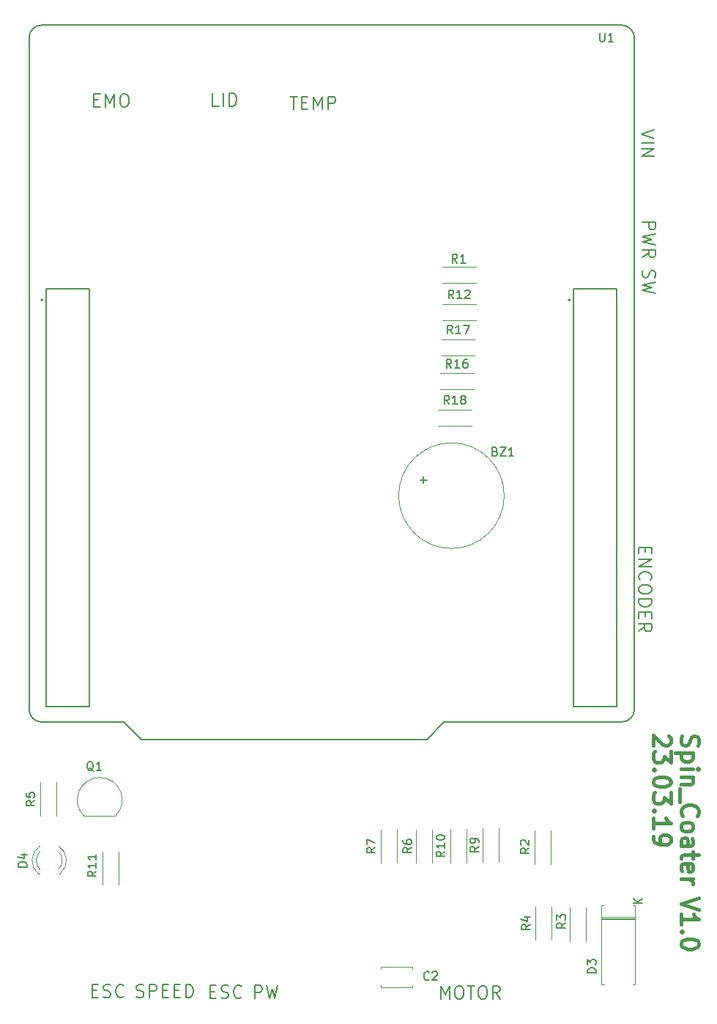
<source format=gbr>
%TF.GenerationSoftware,KiCad,Pcbnew,(7.0.0-0)*%
%TF.CreationDate,2023-03-19T23:14:05+09:00*%
%TF.ProjectId,Spct,53706374-2e6b-4696-9361-645f70636258,rev?*%
%TF.SameCoordinates,PX2540608PY1ee3f58*%
%TF.FileFunction,Legend,Top*%
%TF.FilePolarity,Positive*%
%FSLAX46Y46*%
G04 Gerber Fmt 4.6, Leading zero omitted, Abs format (unit mm)*
G04 Created by KiCad (PCBNEW (7.0.0-0)) date 2023-03-19 23:14:05*
%MOMM*%
%LPD*%
G01*
G04 APERTURE LIST*
%ADD10C,0.400000*%
%ADD11C,0.200000*%
%ADD12C,0.150000*%
%ADD13C,0.127000*%
%ADD14C,0.120000*%
G04 APERTURE END LIST*
D10*
X82413076Y-82340752D02*
X82317838Y-82626466D01*
X82317838Y-82626466D02*
X82317838Y-83102657D01*
X82317838Y-83102657D02*
X82413076Y-83293133D01*
X82413076Y-83293133D02*
X82508314Y-83388371D01*
X82508314Y-83388371D02*
X82698790Y-83483609D01*
X82698790Y-83483609D02*
X82889266Y-83483609D01*
X82889266Y-83483609D02*
X83079742Y-83388371D01*
X83079742Y-83388371D02*
X83174980Y-83293133D01*
X83174980Y-83293133D02*
X83270219Y-83102657D01*
X83270219Y-83102657D02*
X83365457Y-82721704D01*
X83365457Y-82721704D02*
X83460695Y-82531228D01*
X83460695Y-82531228D02*
X83555933Y-82435990D01*
X83555933Y-82435990D02*
X83746409Y-82340752D01*
X83746409Y-82340752D02*
X83936885Y-82340752D01*
X83936885Y-82340752D02*
X84127361Y-82435990D01*
X84127361Y-82435990D02*
X84222600Y-82531228D01*
X84222600Y-82531228D02*
X84317838Y-82721704D01*
X84317838Y-82721704D02*
X84317838Y-83197895D01*
X84317838Y-83197895D02*
X84222600Y-83483609D01*
X83651171Y-84340752D02*
X81651171Y-84340752D01*
X83555933Y-84340752D02*
X83651171Y-84531228D01*
X83651171Y-84531228D02*
X83651171Y-84912181D01*
X83651171Y-84912181D02*
X83555933Y-85102657D01*
X83555933Y-85102657D02*
X83460695Y-85197895D01*
X83460695Y-85197895D02*
X83270219Y-85293133D01*
X83270219Y-85293133D02*
X82698790Y-85293133D01*
X82698790Y-85293133D02*
X82508314Y-85197895D01*
X82508314Y-85197895D02*
X82413076Y-85102657D01*
X82413076Y-85102657D02*
X82317838Y-84912181D01*
X82317838Y-84912181D02*
X82317838Y-84531228D01*
X82317838Y-84531228D02*
X82413076Y-84340752D01*
X82317838Y-86150276D02*
X83651171Y-86150276D01*
X84317838Y-86150276D02*
X84222600Y-86055038D01*
X84222600Y-86055038D02*
X84127361Y-86150276D01*
X84127361Y-86150276D02*
X84222600Y-86245514D01*
X84222600Y-86245514D02*
X84317838Y-86150276D01*
X84317838Y-86150276D02*
X84127361Y-86150276D01*
X83651171Y-87102657D02*
X82317838Y-87102657D01*
X83460695Y-87102657D02*
X83555933Y-87197895D01*
X83555933Y-87197895D02*
X83651171Y-87388371D01*
X83651171Y-87388371D02*
X83651171Y-87674086D01*
X83651171Y-87674086D02*
X83555933Y-87864562D01*
X83555933Y-87864562D02*
X83365457Y-87959800D01*
X83365457Y-87959800D02*
X82317838Y-87959800D01*
X82127361Y-88435991D02*
X82127361Y-89959800D01*
X82508314Y-91578848D02*
X82413076Y-91483610D01*
X82413076Y-91483610D02*
X82317838Y-91197896D01*
X82317838Y-91197896D02*
X82317838Y-91007420D01*
X82317838Y-91007420D02*
X82413076Y-90721705D01*
X82413076Y-90721705D02*
X82603552Y-90531229D01*
X82603552Y-90531229D02*
X82794028Y-90435991D01*
X82794028Y-90435991D02*
X83174980Y-90340753D01*
X83174980Y-90340753D02*
X83460695Y-90340753D01*
X83460695Y-90340753D02*
X83841647Y-90435991D01*
X83841647Y-90435991D02*
X84032123Y-90531229D01*
X84032123Y-90531229D02*
X84222600Y-90721705D01*
X84222600Y-90721705D02*
X84317838Y-91007420D01*
X84317838Y-91007420D02*
X84317838Y-91197896D01*
X84317838Y-91197896D02*
X84222600Y-91483610D01*
X84222600Y-91483610D02*
X84127361Y-91578848D01*
X82317838Y-92721705D02*
X82413076Y-92531229D01*
X82413076Y-92531229D02*
X82508314Y-92435991D01*
X82508314Y-92435991D02*
X82698790Y-92340753D01*
X82698790Y-92340753D02*
X83270219Y-92340753D01*
X83270219Y-92340753D02*
X83460695Y-92435991D01*
X83460695Y-92435991D02*
X83555933Y-92531229D01*
X83555933Y-92531229D02*
X83651171Y-92721705D01*
X83651171Y-92721705D02*
X83651171Y-93007420D01*
X83651171Y-93007420D02*
X83555933Y-93197896D01*
X83555933Y-93197896D02*
X83460695Y-93293134D01*
X83460695Y-93293134D02*
X83270219Y-93388372D01*
X83270219Y-93388372D02*
X82698790Y-93388372D01*
X82698790Y-93388372D02*
X82508314Y-93293134D01*
X82508314Y-93293134D02*
X82413076Y-93197896D01*
X82413076Y-93197896D02*
X82317838Y-93007420D01*
X82317838Y-93007420D02*
X82317838Y-92721705D01*
X82317838Y-95102658D02*
X83365457Y-95102658D01*
X83365457Y-95102658D02*
X83555933Y-95007420D01*
X83555933Y-95007420D02*
X83651171Y-94816944D01*
X83651171Y-94816944D02*
X83651171Y-94435991D01*
X83651171Y-94435991D02*
X83555933Y-94245515D01*
X82413076Y-95102658D02*
X82317838Y-94912182D01*
X82317838Y-94912182D02*
X82317838Y-94435991D01*
X82317838Y-94435991D02*
X82413076Y-94245515D01*
X82413076Y-94245515D02*
X82603552Y-94150277D01*
X82603552Y-94150277D02*
X82794028Y-94150277D01*
X82794028Y-94150277D02*
X82984504Y-94245515D01*
X82984504Y-94245515D02*
X83079742Y-94435991D01*
X83079742Y-94435991D02*
X83079742Y-94912182D01*
X83079742Y-94912182D02*
X83174980Y-95102658D01*
X83651171Y-95769325D02*
X83651171Y-96531229D01*
X84317838Y-96055039D02*
X82603552Y-96055039D01*
X82603552Y-96055039D02*
X82413076Y-96150277D01*
X82413076Y-96150277D02*
X82317838Y-96340753D01*
X82317838Y-96340753D02*
X82317838Y-96531229D01*
X82413076Y-97959801D02*
X82317838Y-97769325D01*
X82317838Y-97769325D02*
X82317838Y-97388372D01*
X82317838Y-97388372D02*
X82413076Y-97197896D01*
X82413076Y-97197896D02*
X82603552Y-97102658D01*
X82603552Y-97102658D02*
X83365457Y-97102658D01*
X83365457Y-97102658D02*
X83555933Y-97197896D01*
X83555933Y-97197896D02*
X83651171Y-97388372D01*
X83651171Y-97388372D02*
X83651171Y-97769325D01*
X83651171Y-97769325D02*
X83555933Y-97959801D01*
X83555933Y-97959801D02*
X83365457Y-98055039D01*
X83365457Y-98055039D02*
X83174980Y-98055039D01*
X83174980Y-98055039D02*
X82984504Y-97102658D01*
X82317838Y-98912182D02*
X83651171Y-98912182D01*
X83270219Y-98912182D02*
X83460695Y-99007420D01*
X83460695Y-99007420D02*
X83555933Y-99102658D01*
X83555933Y-99102658D02*
X83651171Y-99293134D01*
X83651171Y-99293134D02*
X83651171Y-99483611D01*
X84317838Y-101064563D02*
X82317838Y-101731229D01*
X82317838Y-101731229D02*
X84317838Y-102397896D01*
X82317838Y-104112182D02*
X82317838Y-102969325D01*
X82317838Y-103540753D02*
X84317838Y-103540753D01*
X84317838Y-103540753D02*
X84032123Y-103350277D01*
X84032123Y-103350277D02*
X83841647Y-103159801D01*
X83841647Y-103159801D02*
X83746409Y-102969325D01*
X82508314Y-104969325D02*
X82413076Y-105064563D01*
X82413076Y-105064563D02*
X82317838Y-104969325D01*
X82317838Y-104969325D02*
X82413076Y-104874087D01*
X82413076Y-104874087D02*
X82508314Y-104969325D01*
X82508314Y-104969325D02*
X82317838Y-104969325D01*
X84317838Y-106302658D02*
X84317838Y-106493135D01*
X84317838Y-106493135D02*
X84222600Y-106683611D01*
X84222600Y-106683611D02*
X84127361Y-106778849D01*
X84127361Y-106778849D02*
X83936885Y-106874087D01*
X83936885Y-106874087D02*
X83555933Y-106969325D01*
X83555933Y-106969325D02*
X83079742Y-106969325D01*
X83079742Y-106969325D02*
X82698790Y-106874087D01*
X82698790Y-106874087D02*
X82508314Y-106778849D01*
X82508314Y-106778849D02*
X82413076Y-106683611D01*
X82413076Y-106683611D02*
X82317838Y-106493135D01*
X82317838Y-106493135D02*
X82317838Y-106302658D01*
X82317838Y-106302658D02*
X82413076Y-106112182D01*
X82413076Y-106112182D02*
X82508314Y-106016944D01*
X82508314Y-106016944D02*
X82698790Y-105921706D01*
X82698790Y-105921706D02*
X83079742Y-105826468D01*
X83079742Y-105826468D02*
X83555933Y-105826468D01*
X83555933Y-105826468D02*
X83936885Y-105921706D01*
X83936885Y-105921706D02*
X84127361Y-106016944D01*
X84127361Y-106016944D02*
X84222600Y-106112182D01*
X84222600Y-106112182D02*
X84317838Y-106302658D01*
X80887361Y-82340752D02*
X80982600Y-82435990D01*
X80982600Y-82435990D02*
X81077838Y-82626466D01*
X81077838Y-82626466D02*
X81077838Y-83102657D01*
X81077838Y-83102657D02*
X80982600Y-83293133D01*
X80982600Y-83293133D02*
X80887361Y-83388371D01*
X80887361Y-83388371D02*
X80696885Y-83483609D01*
X80696885Y-83483609D02*
X80506409Y-83483609D01*
X80506409Y-83483609D02*
X80220695Y-83388371D01*
X80220695Y-83388371D02*
X79077838Y-82245514D01*
X79077838Y-82245514D02*
X79077838Y-83483609D01*
X81077838Y-84150276D02*
X81077838Y-85388371D01*
X81077838Y-85388371D02*
X80315933Y-84721704D01*
X80315933Y-84721704D02*
X80315933Y-85007419D01*
X80315933Y-85007419D02*
X80220695Y-85197895D01*
X80220695Y-85197895D02*
X80125457Y-85293133D01*
X80125457Y-85293133D02*
X79934980Y-85388371D01*
X79934980Y-85388371D02*
X79458790Y-85388371D01*
X79458790Y-85388371D02*
X79268314Y-85293133D01*
X79268314Y-85293133D02*
X79173076Y-85197895D01*
X79173076Y-85197895D02*
X79077838Y-85007419D01*
X79077838Y-85007419D02*
X79077838Y-84435990D01*
X79077838Y-84435990D02*
X79173076Y-84245514D01*
X79173076Y-84245514D02*
X79268314Y-84150276D01*
X79268314Y-86245514D02*
X79173076Y-86340752D01*
X79173076Y-86340752D02*
X79077838Y-86245514D01*
X79077838Y-86245514D02*
X79173076Y-86150276D01*
X79173076Y-86150276D02*
X79268314Y-86245514D01*
X79268314Y-86245514D02*
X79077838Y-86245514D01*
X81077838Y-87578847D02*
X81077838Y-87769324D01*
X81077838Y-87769324D02*
X80982600Y-87959800D01*
X80982600Y-87959800D02*
X80887361Y-88055038D01*
X80887361Y-88055038D02*
X80696885Y-88150276D01*
X80696885Y-88150276D02*
X80315933Y-88245514D01*
X80315933Y-88245514D02*
X79839742Y-88245514D01*
X79839742Y-88245514D02*
X79458790Y-88150276D01*
X79458790Y-88150276D02*
X79268314Y-88055038D01*
X79268314Y-88055038D02*
X79173076Y-87959800D01*
X79173076Y-87959800D02*
X79077838Y-87769324D01*
X79077838Y-87769324D02*
X79077838Y-87578847D01*
X79077838Y-87578847D02*
X79173076Y-87388371D01*
X79173076Y-87388371D02*
X79268314Y-87293133D01*
X79268314Y-87293133D02*
X79458790Y-87197895D01*
X79458790Y-87197895D02*
X79839742Y-87102657D01*
X79839742Y-87102657D02*
X80315933Y-87102657D01*
X80315933Y-87102657D02*
X80696885Y-87197895D01*
X80696885Y-87197895D02*
X80887361Y-87293133D01*
X80887361Y-87293133D02*
X80982600Y-87388371D01*
X80982600Y-87388371D02*
X81077838Y-87578847D01*
X81077838Y-88912181D02*
X81077838Y-90150276D01*
X81077838Y-90150276D02*
X80315933Y-89483609D01*
X80315933Y-89483609D02*
X80315933Y-89769324D01*
X80315933Y-89769324D02*
X80220695Y-89959800D01*
X80220695Y-89959800D02*
X80125457Y-90055038D01*
X80125457Y-90055038D02*
X79934980Y-90150276D01*
X79934980Y-90150276D02*
X79458790Y-90150276D01*
X79458790Y-90150276D02*
X79268314Y-90055038D01*
X79268314Y-90055038D02*
X79173076Y-89959800D01*
X79173076Y-89959800D02*
X79077838Y-89769324D01*
X79077838Y-89769324D02*
X79077838Y-89197895D01*
X79077838Y-89197895D02*
X79173076Y-89007419D01*
X79173076Y-89007419D02*
X79268314Y-88912181D01*
X79268314Y-91007419D02*
X79173076Y-91102657D01*
X79173076Y-91102657D02*
X79077838Y-91007419D01*
X79077838Y-91007419D02*
X79173076Y-90912181D01*
X79173076Y-90912181D02*
X79268314Y-91007419D01*
X79268314Y-91007419D02*
X79077838Y-91007419D01*
X79077838Y-93007419D02*
X79077838Y-91864562D01*
X79077838Y-92435990D02*
X81077838Y-92435990D01*
X81077838Y-92435990D02*
X80792123Y-92245514D01*
X80792123Y-92245514D02*
X80601647Y-92055038D01*
X80601647Y-92055038D02*
X80506409Y-91864562D01*
X79077838Y-93959800D02*
X79077838Y-94340752D01*
X79077838Y-94340752D02*
X79173076Y-94531229D01*
X79173076Y-94531229D02*
X79268314Y-94626467D01*
X79268314Y-94626467D02*
X79554028Y-94816943D01*
X79554028Y-94816943D02*
X79934980Y-94912181D01*
X79934980Y-94912181D02*
X80696885Y-94912181D01*
X80696885Y-94912181D02*
X80887361Y-94816943D01*
X80887361Y-94816943D02*
X80982600Y-94721705D01*
X80982600Y-94721705D02*
X81077838Y-94531229D01*
X81077838Y-94531229D02*
X81077838Y-94150276D01*
X81077838Y-94150276D02*
X80982600Y-93959800D01*
X80982600Y-93959800D02*
X80887361Y-93864562D01*
X80887361Y-93864562D02*
X80696885Y-93769324D01*
X80696885Y-93769324D02*
X80220695Y-93769324D01*
X80220695Y-93769324D02*
X80030219Y-93864562D01*
X80030219Y-93864562D02*
X79934980Y-93959800D01*
X79934980Y-93959800D02*
X79839742Y-94150276D01*
X79839742Y-94150276D02*
X79839742Y-94531229D01*
X79839742Y-94531229D02*
X79934980Y-94721705D01*
X79934980Y-94721705D02*
X80030219Y-94816943D01*
X80030219Y-94816943D02*
X80220695Y-94912181D01*
D11*
X14432942Y-8914857D02*
X14932942Y-8914857D01*
X15147228Y-9700571D02*
X14432942Y-9700571D01*
X14432942Y-9700571D02*
X14432942Y-8200571D01*
X14432942Y-8200571D02*
X15147228Y-8200571D01*
X15790085Y-9700571D02*
X15790085Y-8200571D01*
X15790085Y-8200571D02*
X16290085Y-9272000D01*
X16290085Y-9272000D02*
X16790085Y-8200571D01*
X16790085Y-8200571D02*
X16790085Y-9700571D01*
X17790086Y-8200571D02*
X18075800Y-8200571D01*
X18075800Y-8200571D02*
X18218657Y-8272000D01*
X18218657Y-8272000D02*
X18361514Y-8414857D01*
X18361514Y-8414857D02*
X18432943Y-8700571D01*
X18432943Y-8700571D02*
X18432943Y-9200571D01*
X18432943Y-9200571D02*
X18361514Y-9486285D01*
X18361514Y-9486285D02*
X18218657Y-9629142D01*
X18218657Y-9629142D02*
X18075800Y-9700571D01*
X18075800Y-9700571D02*
X17790086Y-9700571D01*
X17790086Y-9700571D02*
X17647229Y-9629142D01*
X17647229Y-9629142D02*
X17504371Y-9486285D01*
X17504371Y-9486285D02*
X17432943Y-9200571D01*
X17432943Y-9200571D02*
X17432943Y-8700571D01*
X17432943Y-8700571D02*
X17504371Y-8414857D01*
X17504371Y-8414857D02*
X17647229Y-8272000D01*
X17647229Y-8272000D02*
X17790086Y-8200571D01*
X28863228Y-9598971D02*
X28148942Y-9598971D01*
X28148942Y-9598971D02*
X28148942Y-8098971D01*
X29363228Y-9598971D02*
X29363228Y-8098971D01*
X30077514Y-9598971D02*
X30077514Y-8098971D01*
X30077514Y-8098971D02*
X30434657Y-8098971D01*
X30434657Y-8098971D02*
X30648943Y-8170400D01*
X30648943Y-8170400D02*
X30791800Y-8313257D01*
X30791800Y-8313257D02*
X30863229Y-8456114D01*
X30863229Y-8456114D02*
X30934657Y-8741828D01*
X30934657Y-8741828D02*
X30934657Y-8956114D01*
X30934657Y-8956114D02*
X30863229Y-9241828D01*
X30863229Y-9241828D02*
X30791800Y-9384685D01*
X30791800Y-9384685D02*
X30648943Y-9527542D01*
X30648943Y-9527542D02*
X30434657Y-9598971D01*
X30434657Y-9598971D02*
X30077514Y-9598971D01*
X37078657Y-8505371D02*
X37935800Y-8505371D01*
X37507228Y-10005371D02*
X37507228Y-8505371D01*
X38435799Y-9219657D02*
X38935799Y-9219657D01*
X39150085Y-10005371D02*
X38435799Y-10005371D01*
X38435799Y-10005371D02*
X38435799Y-8505371D01*
X38435799Y-8505371D02*
X39150085Y-8505371D01*
X39792942Y-10005371D02*
X39792942Y-8505371D01*
X39792942Y-8505371D02*
X40292942Y-9576800D01*
X40292942Y-9576800D02*
X40792942Y-8505371D01*
X40792942Y-8505371D02*
X40792942Y-10005371D01*
X41507228Y-10005371D02*
X41507228Y-8505371D01*
X41507228Y-8505371D02*
X42078657Y-8505371D01*
X42078657Y-8505371D02*
X42221514Y-8576800D01*
X42221514Y-8576800D02*
X42292943Y-8648228D01*
X42292943Y-8648228D02*
X42364371Y-8791085D01*
X42364371Y-8791085D02*
X42364371Y-9005371D01*
X42364371Y-9005371D02*
X42292943Y-9148228D01*
X42292943Y-9148228D02*
X42221514Y-9219657D01*
X42221514Y-9219657D02*
X42078657Y-9291085D01*
X42078657Y-9291085D02*
X41507228Y-9291085D01*
X78179942Y-60574542D02*
X78179942Y-61074542D01*
X77394228Y-61288828D02*
X77394228Y-60574542D01*
X77394228Y-60574542D02*
X78894228Y-60574542D01*
X78894228Y-60574542D02*
X78894228Y-61288828D01*
X77394228Y-61931685D02*
X78894228Y-61931685D01*
X78894228Y-61931685D02*
X77394228Y-62788828D01*
X77394228Y-62788828D02*
X78894228Y-62788828D01*
X77537085Y-64360257D02*
X77465657Y-64288829D01*
X77465657Y-64288829D02*
X77394228Y-64074543D01*
X77394228Y-64074543D02*
X77394228Y-63931686D01*
X77394228Y-63931686D02*
X77465657Y-63717400D01*
X77465657Y-63717400D02*
X77608514Y-63574543D01*
X77608514Y-63574543D02*
X77751371Y-63503114D01*
X77751371Y-63503114D02*
X78037085Y-63431686D01*
X78037085Y-63431686D02*
X78251371Y-63431686D01*
X78251371Y-63431686D02*
X78537085Y-63503114D01*
X78537085Y-63503114D02*
X78679942Y-63574543D01*
X78679942Y-63574543D02*
X78822800Y-63717400D01*
X78822800Y-63717400D02*
X78894228Y-63931686D01*
X78894228Y-63931686D02*
X78894228Y-64074543D01*
X78894228Y-64074543D02*
X78822800Y-64288829D01*
X78822800Y-64288829D02*
X78751371Y-64360257D01*
X78894228Y-65288829D02*
X78894228Y-65574543D01*
X78894228Y-65574543D02*
X78822800Y-65717400D01*
X78822800Y-65717400D02*
X78679942Y-65860257D01*
X78679942Y-65860257D02*
X78394228Y-65931686D01*
X78394228Y-65931686D02*
X77894228Y-65931686D01*
X77894228Y-65931686D02*
X77608514Y-65860257D01*
X77608514Y-65860257D02*
X77465657Y-65717400D01*
X77465657Y-65717400D02*
X77394228Y-65574543D01*
X77394228Y-65574543D02*
X77394228Y-65288829D01*
X77394228Y-65288829D02*
X77465657Y-65145972D01*
X77465657Y-65145972D02*
X77608514Y-65003114D01*
X77608514Y-65003114D02*
X77894228Y-64931686D01*
X77894228Y-64931686D02*
X78394228Y-64931686D01*
X78394228Y-64931686D02*
X78679942Y-65003114D01*
X78679942Y-65003114D02*
X78822800Y-65145972D01*
X78822800Y-65145972D02*
X78894228Y-65288829D01*
X77394228Y-66574543D02*
X78894228Y-66574543D01*
X78894228Y-66574543D02*
X78894228Y-66931686D01*
X78894228Y-66931686D02*
X78822800Y-67145972D01*
X78822800Y-67145972D02*
X78679942Y-67288829D01*
X78679942Y-67288829D02*
X78537085Y-67360258D01*
X78537085Y-67360258D02*
X78251371Y-67431686D01*
X78251371Y-67431686D02*
X78037085Y-67431686D01*
X78037085Y-67431686D02*
X77751371Y-67360258D01*
X77751371Y-67360258D02*
X77608514Y-67288829D01*
X77608514Y-67288829D02*
X77465657Y-67145972D01*
X77465657Y-67145972D02*
X77394228Y-66931686D01*
X77394228Y-66931686D02*
X77394228Y-66574543D01*
X78179942Y-68074543D02*
X78179942Y-68574543D01*
X77394228Y-68788829D02*
X77394228Y-68074543D01*
X77394228Y-68074543D02*
X78894228Y-68074543D01*
X78894228Y-68074543D02*
X78894228Y-68788829D01*
X77394228Y-70288829D02*
X78108514Y-69788829D01*
X77394228Y-69431686D02*
X78894228Y-69431686D01*
X78894228Y-69431686D02*
X78894228Y-70003115D01*
X78894228Y-70003115D02*
X78822800Y-70145972D01*
X78822800Y-70145972D02*
X78751371Y-70217401D01*
X78751371Y-70217401D02*
X78608514Y-70288829D01*
X78608514Y-70288829D02*
X78394228Y-70288829D01*
X78394228Y-70288829D02*
X78251371Y-70217401D01*
X78251371Y-70217401D02*
X78179942Y-70145972D01*
X78179942Y-70145972D02*
X78108514Y-70003115D01*
X78108514Y-70003115D02*
X78108514Y-69431686D01*
X54514142Y-112722971D02*
X54514142Y-111222971D01*
X54514142Y-111222971D02*
X55014142Y-112294400D01*
X55014142Y-112294400D02*
X55514142Y-111222971D01*
X55514142Y-111222971D02*
X55514142Y-112722971D01*
X56514143Y-111222971D02*
X56799857Y-111222971D01*
X56799857Y-111222971D02*
X56942714Y-111294400D01*
X56942714Y-111294400D02*
X57085571Y-111437257D01*
X57085571Y-111437257D02*
X57157000Y-111722971D01*
X57157000Y-111722971D02*
X57157000Y-112222971D01*
X57157000Y-112222971D02*
X57085571Y-112508685D01*
X57085571Y-112508685D02*
X56942714Y-112651542D01*
X56942714Y-112651542D02*
X56799857Y-112722971D01*
X56799857Y-112722971D02*
X56514143Y-112722971D01*
X56514143Y-112722971D02*
X56371286Y-112651542D01*
X56371286Y-112651542D02*
X56228428Y-112508685D01*
X56228428Y-112508685D02*
X56157000Y-112222971D01*
X56157000Y-112222971D02*
X56157000Y-111722971D01*
X56157000Y-111722971D02*
X56228428Y-111437257D01*
X56228428Y-111437257D02*
X56371286Y-111294400D01*
X56371286Y-111294400D02*
X56514143Y-111222971D01*
X57585572Y-111222971D02*
X58442715Y-111222971D01*
X58014143Y-112722971D02*
X58014143Y-111222971D01*
X59228429Y-111222971D02*
X59514143Y-111222971D01*
X59514143Y-111222971D02*
X59657000Y-111294400D01*
X59657000Y-111294400D02*
X59799857Y-111437257D01*
X59799857Y-111437257D02*
X59871286Y-111722971D01*
X59871286Y-111722971D02*
X59871286Y-112222971D01*
X59871286Y-112222971D02*
X59799857Y-112508685D01*
X59799857Y-112508685D02*
X59657000Y-112651542D01*
X59657000Y-112651542D02*
X59514143Y-112722971D01*
X59514143Y-112722971D02*
X59228429Y-112722971D01*
X59228429Y-112722971D02*
X59085572Y-112651542D01*
X59085572Y-112651542D02*
X58942714Y-112508685D01*
X58942714Y-112508685D02*
X58871286Y-112222971D01*
X58871286Y-112222971D02*
X58871286Y-111722971D01*
X58871286Y-111722971D02*
X58942714Y-111437257D01*
X58942714Y-111437257D02*
X59085572Y-111294400D01*
X59085572Y-111294400D02*
X59228429Y-111222971D01*
X61371286Y-112722971D02*
X60871286Y-112008685D01*
X60514143Y-112722971D02*
X60514143Y-111222971D01*
X60514143Y-111222971D02*
X61085572Y-111222971D01*
X61085572Y-111222971D02*
X61228429Y-111294400D01*
X61228429Y-111294400D02*
X61299858Y-111365828D01*
X61299858Y-111365828D02*
X61371286Y-111508685D01*
X61371286Y-111508685D02*
X61371286Y-111722971D01*
X61371286Y-111722971D02*
X61299858Y-111865828D01*
X61299858Y-111865828D02*
X61228429Y-111937257D01*
X61228429Y-111937257D02*
X61085572Y-112008685D01*
X61085572Y-112008685D02*
X60514143Y-112008685D01*
X27844142Y-111886457D02*
X28344142Y-111886457D01*
X28558428Y-112672171D02*
X27844142Y-112672171D01*
X27844142Y-112672171D02*
X27844142Y-111172171D01*
X27844142Y-111172171D02*
X28558428Y-111172171D01*
X29129857Y-112600742D02*
X29344143Y-112672171D01*
X29344143Y-112672171D02*
X29701285Y-112672171D01*
X29701285Y-112672171D02*
X29844143Y-112600742D01*
X29844143Y-112600742D02*
X29915571Y-112529314D01*
X29915571Y-112529314D02*
X29987000Y-112386457D01*
X29987000Y-112386457D02*
X29987000Y-112243600D01*
X29987000Y-112243600D02*
X29915571Y-112100742D01*
X29915571Y-112100742D02*
X29844143Y-112029314D01*
X29844143Y-112029314D02*
X29701285Y-111957885D01*
X29701285Y-111957885D02*
X29415571Y-111886457D01*
X29415571Y-111886457D02*
X29272714Y-111815028D01*
X29272714Y-111815028D02*
X29201285Y-111743600D01*
X29201285Y-111743600D02*
X29129857Y-111600742D01*
X29129857Y-111600742D02*
X29129857Y-111457885D01*
X29129857Y-111457885D02*
X29201285Y-111315028D01*
X29201285Y-111315028D02*
X29272714Y-111243600D01*
X29272714Y-111243600D02*
X29415571Y-111172171D01*
X29415571Y-111172171D02*
X29772714Y-111172171D01*
X29772714Y-111172171D02*
X29987000Y-111243600D01*
X31486999Y-112529314D02*
X31415571Y-112600742D01*
X31415571Y-112600742D02*
X31201285Y-112672171D01*
X31201285Y-112672171D02*
X31058428Y-112672171D01*
X31058428Y-112672171D02*
X30844142Y-112600742D01*
X30844142Y-112600742D02*
X30701285Y-112457885D01*
X30701285Y-112457885D02*
X30629856Y-112315028D01*
X30629856Y-112315028D02*
X30558428Y-112029314D01*
X30558428Y-112029314D02*
X30558428Y-111815028D01*
X30558428Y-111815028D02*
X30629856Y-111529314D01*
X30629856Y-111529314D02*
X30701285Y-111386457D01*
X30701285Y-111386457D02*
X30844142Y-111243600D01*
X30844142Y-111243600D02*
X31058428Y-111172171D01*
X31058428Y-111172171D02*
X31201285Y-111172171D01*
X31201285Y-111172171D02*
X31415571Y-111243600D01*
X31415571Y-111243600D02*
X31486999Y-111315028D01*
X33029856Y-112672171D02*
X33029856Y-111172171D01*
X33029856Y-111172171D02*
X33601285Y-111172171D01*
X33601285Y-111172171D02*
X33744142Y-111243600D01*
X33744142Y-111243600D02*
X33815571Y-111315028D01*
X33815571Y-111315028D02*
X33886999Y-111457885D01*
X33886999Y-111457885D02*
X33886999Y-111672171D01*
X33886999Y-111672171D02*
X33815571Y-111815028D01*
X33815571Y-111815028D02*
X33744142Y-111886457D01*
X33744142Y-111886457D02*
X33601285Y-111957885D01*
X33601285Y-111957885D02*
X33029856Y-111957885D01*
X34386999Y-111172171D02*
X34744142Y-112672171D01*
X34744142Y-112672171D02*
X35029856Y-111600742D01*
X35029856Y-111600742D02*
X35315571Y-112672171D01*
X35315571Y-112672171D02*
X35672714Y-111172171D01*
X14229742Y-111784857D02*
X14729742Y-111784857D01*
X14944028Y-112570571D02*
X14229742Y-112570571D01*
X14229742Y-112570571D02*
X14229742Y-111070571D01*
X14229742Y-111070571D02*
X14944028Y-111070571D01*
X15515457Y-112499142D02*
X15729743Y-112570571D01*
X15729743Y-112570571D02*
X16086885Y-112570571D01*
X16086885Y-112570571D02*
X16229743Y-112499142D01*
X16229743Y-112499142D02*
X16301171Y-112427714D01*
X16301171Y-112427714D02*
X16372600Y-112284857D01*
X16372600Y-112284857D02*
X16372600Y-112142000D01*
X16372600Y-112142000D02*
X16301171Y-111999142D01*
X16301171Y-111999142D02*
X16229743Y-111927714D01*
X16229743Y-111927714D02*
X16086885Y-111856285D01*
X16086885Y-111856285D02*
X15801171Y-111784857D01*
X15801171Y-111784857D02*
X15658314Y-111713428D01*
X15658314Y-111713428D02*
X15586885Y-111642000D01*
X15586885Y-111642000D02*
X15515457Y-111499142D01*
X15515457Y-111499142D02*
X15515457Y-111356285D01*
X15515457Y-111356285D02*
X15586885Y-111213428D01*
X15586885Y-111213428D02*
X15658314Y-111142000D01*
X15658314Y-111142000D02*
X15801171Y-111070571D01*
X15801171Y-111070571D02*
X16158314Y-111070571D01*
X16158314Y-111070571D02*
X16372600Y-111142000D01*
X17872599Y-112427714D02*
X17801171Y-112499142D01*
X17801171Y-112499142D02*
X17586885Y-112570571D01*
X17586885Y-112570571D02*
X17444028Y-112570571D01*
X17444028Y-112570571D02*
X17229742Y-112499142D01*
X17229742Y-112499142D02*
X17086885Y-112356285D01*
X17086885Y-112356285D02*
X17015456Y-112213428D01*
X17015456Y-112213428D02*
X16944028Y-111927714D01*
X16944028Y-111927714D02*
X16944028Y-111713428D01*
X16944028Y-111713428D02*
X17015456Y-111427714D01*
X17015456Y-111427714D02*
X17086885Y-111284857D01*
X17086885Y-111284857D02*
X17229742Y-111142000D01*
X17229742Y-111142000D02*
X17444028Y-111070571D01*
X17444028Y-111070571D02*
X17586885Y-111070571D01*
X17586885Y-111070571D02*
X17801171Y-111142000D01*
X17801171Y-111142000D02*
X17872599Y-111213428D01*
X19344028Y-112499142D02*
X19558314Y-112570571D01*
X19558314Y-112570571D02*
X19915456Y-112570571D01*
X19915456Y-112570571D02*
X20058314Y-112499142D01*
X20058314Y-112499142D02*
X20129742Y-112427714D01*
X20129742Y-112427714D02*
X20201171Y-112284857D01*
X20201171Y-112284857D02*
X20201171Y-112142000D01*
X20201171Y-112142000D02*
X20129742Y-111999142D01*
X20129742Y-111999142D02*
X20058314Y-111927714D01*
X20058314Y-111927714D02*
X19915456Y-111856285D01*
X19915456Y-111856285D02*
X19629742Y-111784857D01*
X19629742Y-111784857D02*
X19486885Y-111713428D01*
X19486885Y-111713428D02*
X19415456Y-111642000D01*
X19415456Y-111642000D02*
X19344028Y-111499142D01*
X19344028Y-111499142D02*
X19344028Y-111356285D01*
X19344028Y-111356285D02*
X19415456Y-111213428D01*
X19415456Y-111213428D02*
X19486885Y-111142000D01*
X19486885Y-111142000D02*
X19629742Y-111070571D01*
X19629742Y-111070571D02*
X19986885Y-111070571D01*
X19986885Y-111070571D02*
X20201171Y-111142000D01*
X20844027Y-112570571D02*
X20844027Y-111070571D01*
X20844027Y-111070571D02*
X21415456Y-111070571D01*
X21415456Y-111070571D02*
X21558313Y-111142000D01*
X21558313Y-111142000D02*
X21629742Y-111213428D01*
X21629742Y-111213428D02*
X21701170Y-111356285D01*
X21701170Y-111356285D02*
X21701170Y-111570571D01*
X21701170Y-111570571D02*
X21629742Y-111713428D01*
X21629742Y-111713428D02*
X21558313Y-111784857D01*
X21558313Y-111784857D02*
X21415456Y-111856285D01*
X21415456Y-111856285D02*
X20844027Y-111856285D01*
X22344027Y-111784857D02*
X22844027Y-111784857D01*
X23058313Y-112570571D02*
X22344027Y-112570571D01*
X22344027Y-112570571D02*
X22344027Y-111070571D01*
X22344027Y-111070571D02*
X23058313Y-111070571D01*
X23701170Y-111784857D02*
X24201170Y-111784857D01*
X24415456Y-112570571D02*
X23701170Y-112570571D01*
X23701170Y-112570571D02*
X23701170Y-111070571D01*
X23701170Y-111070571D02*
X24415456Y-111070571D01*
X25058313Y-112570571D02*
X25058313Y-111070571D01*
X25058313Y-111070571D02*
X25415456Y-111070571D01*
X25415456Y-111070571D02*
X25629742Y-111142000D01*
X25629742Y-111142000D02*
X25772599Y-111284857D01*
X25772599Y-111284857D02*
X25844028Y-111427714D01*
X25844028Y-111427714D02*
X25915456Y-111713428D01*
X25915456Y-111713428D02*
X25915456Y-111927714D01*
X25915456Y-111927714D02*
X25844028Y-112213428D01*
X25844028Y-112213428D02*
X25772599Y-112356285D01*
X25772599Y-112356285D02*
X25629742Y-112499142D01*
X25629742Y-112499142D02*
X25415456Y-112570571D01*
X25415456Y-112570571D02*
X25058313Y-112570571D01*
X77851428Y-23033342D02*
X79351428Y-23033342D01*
X79351428Y-23033342D02*
X79351428Y-23604771D01*
X79351428Y-23604771D02*
X79280000Y-23747628D01*
X79280000Y-23747628D02*
X79208571Y-23819057D01*
X79208571Y-23819057D02*
X79065714Y-23890485D01*
X79065714Y-23890485D02*
X78851428Y-23890485D01*
X78851428Y-23890485D02*
X78708571Y-23819057D01*
X78708571Y-23819057D02*
X78637142Y-23747628D01*
X78637142Y-23747628D02*
X78565714Y-23604771D01*
X78565714Y-23604771D02*
X78565714Y-23033342D01*
X79351428Y-24390485D02*
X77851428Y-24747628D01*
X77851428Y-24747628D02*
X78922857Y-25033342D01*
X78922857Y-25033342D02*
X77851428Y-25319057D01*
X77851428Y-25319057D02*
X79351428Y-25676200D01*
X77851428Y-27104771D02*
X78565714Y-26604771D01*
X77851428Y-26247628D02*
X79351428Y-26247628D01*
X79351428Y-26247628D02*
X79351428Y-26819057D01*
X79351428Y-26819057D02*
X79280000Y-26961914D01*
X79280000Y-26961914D02*
X79208571Y-27033343D01*
X79208571Y-27033343D02*
X79065714Y-27104771D01*
X79065714Y-27104771D02*
X78851428Y-27104771D01*
X78851428Y-27104771D02*
X78708571Y-27033343D01*
X78708571Y-27033343D02*
X78637142Y-26961914D01*
X78637142Y-26961914D02*
X78565714Y-26819057D01*
X78565714Y-26819057D02*
X78565714Y-26247628D01*
X77922857Y-28576200D02*
X77851428Y-28790486D01*
X77851428Y-28790486D02*
X77851428Y-29147628D01*
X77851428Y-29147628D02*
X77922857Y-29290486D01*
X77922857Y-29290486D02*
X77994285Y-29361914D01*
X77994285Y-29361914D02*
X78137142Y-29433343D01*
X78137142Y-29433343D02*
X78280000Y-29433343D01*
X78280000Y-29433343D02*
X78422857Y-29361914D01*
X78422857Y-29361914D02*
X78494285Y-29290486D01*
X78494285Y-29290486D02*
X78565714Y-29147628D01*
X78565714Y-29147628D02*
X78637142Y-28861914D01*
X78637142Y-28861914D02*
X78708571Y-28719057D01*
X78708571Y-28719057D02*
X78780000Y-28647628D01*
X78780000Y-28647628D02*
X78922857Y-28576200D01*
X78922857Y-28576200D02*
X79065714Y-28576200D01*
X79065714Y-28576200D02*
X79208571Y-28647628D01*
X79208571Y-28647628D02*
X79280000Y-28719057D01*
X79280000Y-28719057D02*
X79351428Y-28861914D01*
X79351428Y-28861914D02*
X79351428Y-29219057D01*
X79351428Y-29219057D02*
X79280000Y-29433343D01*
X79351428Y-29933342D02*
X77851428Y-30290485D01*
X77851428Y-30290485D02*
X78922857Y-30576199D01*
X78922857Y-30576199D02*
X77851428Y-30861914D01*
X77851428Y-30861914D02*
X79351428Y-31219057D01*
X79199028Y-12354257D02*
X77699028Y-12854257D01*
X77699028Y-12854257D02*
X79199028Y-13354257D01*
X77699028Y-13854256D02*
X79199028Y-13854256D01*
X77699028Y-14568542D02*
X79199028Y-14568542D01*
X79199028Y-14568542D02*
X77699028Y-15425685D01*
X77699028Y-15425685D02*
X79199028Y-15425685D01*
D12*
%TO.C,U1*%
X72898095Y-1145380D02*
X72898095Y-1954904D01*
X72898095Y-1954904D02*
X72945714Y-2050142D01*
X72945714Y-2050142D02*
X72993333Y-2097761D01*
X72993333Y-2097761D02*
X73088571Y-2145380D01*
X73088571Y-2145380D02*
X73279047Y-2145380D01*
X73279047Y-2145380D02*
X73374285Y-2097761D01*
X73374285Y-2097761D02*
X73421904Y-2050142D01*
X73421904Y-2050142D02*
X73469523Y-1954904D01*
X73469523Y-1954904D02*
X73469523Y-1145380D01*
X74469523Y-2145380D02*
X73898095Y-2145380D01*
X74183809Y-2145380D02*
X74183809Y-1145380D01*
X74183809Y-1145380D02*
X74088571Y-1288238D01*
X74088571Y-1288238D02*
X73993333Y-1383476D01*
X73993333Y-1383476D02*
X73898095Y-1431095D01*
%TO.C,R1*%
X56428733Y-27717180D02*
X56095400Y-27240990D01*
X55857305Y-27717180D02*
X55857305Y-26717180D01*
X55857305Y-26717180D02*
X56238257Y-26717180D01*
X56238257Y-26717180D02*
X56333495Y-26764800D01*
X56333495Y-26764800D02*
X56381114Y-26812419D01*
X56381114Y-26812419D02*
X56428733Y-26907657D01*
X56428733Y-26907657D02*
X56428733Y-27050514D01*
X56428733Y-27050514D02*
X56381114Y-27145752D01*
X56381114Y-27145752D02*
X56333495Y-27193371D01*
X56333495Y-27193371D02*
X56238257Y-27240990D01*
X56238257Y-27240990D02*
X55857305Y-27240990D01*
X57381114Y-27717180D02*
X56809686Y-27717180D01*
X57095400Y-27717180D02*
X57095400Y-26717180D01*
X57095400Y-26717180D02*
X57000162Y-26860038D01*
X57000162Y-26860038D02*
X56904924Y-26955276D01*
X56904924Y-26955276D02*
X56809686Y-27002895D01*
%TO.C,R7*%
X46945380Y-95262666D02*
X46469190Y-95595999D01*
X46945380Y-95834094D02*
X45945380Y-95834094D01*
X45945380Y-95834094D02*
X45945380Y-95453142D01*
X45945380Y-95453142D02*
X45993000Y-95357904D01*
X45993000Y-95357904D02*
X46040619Y-95310285D01*
X46040619Y-95310285D02*
X46135857Y-95262666D01*
X46135857Y-95262666D02*
X46278714Y-95262666D01*
X46278714Y-95262666D02*
X46373952Y-95310285D01*
X46373952Y-95310285D02*
X46421571Y-95357904D01*
X46421571Y-95357904D02*
X46469190Y-95453142D01*
X46469190Y-95453142D02*
X46469190Y-95834094D01*
X45945380Y-94929332D02*
X45945380Y-94262666D01*
X45945380Y-94262666D02*
X46945380Y-94691237D01*
%TO.C,R11*%
X14697180Y-97995057D02*
X14220990Y-98328390D01*
X14697180Y-98566485D02*
X13697180Y-98566485D01*
X13697180Y-98566485D02*
X13697180Y-98185533D01*
X13697180Y-98185533D02*
X13744800Y-98090295D01*
X13744800Y-98090295D02*
X13792419Y-98042676D01*
X13792419Y-98042676D02*
X13887657Y-97995057D01*
X13887657Y-97995057D02*
X14030514Y-97995057D01*
X14030514Y-97995057D02*
X14125752Y-98042676D01*
X14125752Y-98042676D02*
X14173371Y-98090295D01*
X14173371Y-98090295D02*
X14220990Y-98185533D01*
X14220990Y-98185533D02*
X14220990Y-98566485D01*
X14697180Y-97042676D02*
X14697180Y-97614104D01*
X14697180Y-97328390D02*
X13697180Y-97328390D01*
X13697180Y-97328390D02*
X13840038Y-97423628D01*
X13840038Y-97423628D02*
X13935276Y-97518866D01*
X13935276Y-97518866D02*
X13982895Y-97614104D01*
X14697180Y-96090295D02*
X14697180Y-96661723D01*
X14697180Y-96376009D02*
X13697180Y-96376009D01*
X13697180Y-96376009D02*
X13840038Y-96471247D01*
X13840038Y-96471247D02*
X13935276Y-96566485D01*
X13935276Y-96566485D02*
X13982895Y-96661723D01*
%TO.C,R6*%
X51151380Y-95262666D02*
X50675190Y-95595999D01*
X51151380Y-95834094D02*
X50151380Y-95834094D01*
X50151380Y-95834094D02*
X50151380Y-95453142D01*
X50151380Y-95453142D02*
X50199000Y-95357904D01*
X50199000Y-95357904D02*
X50246619Y-95310285D01*
X50246619Y-95310285D02*
X50341857Y-95262666D01*
X50341857Y-95262666D02*
X50484714Y-95262666D01*
X50484714Y-95262666D02*
X50579952Y-95310285D01*
X50579952Y-95310285D02*
X50627571Y-95357904D01*
X50627571Y-95357904D02*
X50675190Y-95453142D01*
X50675190Y-95453142D02*
X50675190Y-95834094D01*
X50151380Y-94405523D02*
X50151380Y-94595999D01*
X50151380Y-94595999D02*
X50199000Y-94691237D01*
X50199000Y-94691237D02*
X50246619Y-94738856D01*
X50246619Y-94738856D02*
X50389476Y-94834094D01*
X50389476Y-94834094D02*
X50579952Y-94881713D01*
X50579952Y-94881713D02*
X50960904Y-94881713D01*
X50960904Y-94881713D02*
X51056142Y-94834094D01*
X51056142Y-94834094D02*
X51103761Y-94786475D01*
X51103761Y-94786475D02*
X51151380Y-94691237D01*
X51151380Y-94691237D02*
X51151380Y-94500761D01*
X51151380Y-94500761D02*
X51103761Y-94405523D01*
X51103761Y-94405523D02*
X51056142Y-94357904D01*
X51056142Y-94357904D02*
X50960904Y-94310285D01*
X50960904Y-94310285D02*
X50722809Y-94310285D01*
X50722809Y-94310285D02*
X50627571Y-94357904D01*
X50627571Y-94357904D02*
X50579952Y-94405523D01*
X50579952Y-94405523D02*
X50532333Y-94500761D01*
X50532333Y-94500761D02*
X50532333Y-94691237D01*
X50532333Y-94691237D02*
X50579952Y-94786475D01*
X50579952Y-94786475D02*
X50627571Y-94834094D01*
X50627571Y-94834094D02*
X50722809Y-94881713D01*
%TO.C,R12*%
X55999142Y-31848380D02*
X55665809Y-31372190D01*
X55427714Y-31848380D02*
X55427714Y-30848380D01*
X55427714Y-30848380D02*
X55808666Y-30848380D01*
X55808666Y-30848380D02*
X55903904Y-30896000D01*
X55903904Y-30896000D02*
X55951523Y-30943619D01*
X55951523Y-30943619D02*
X55999142Y-31038857D01*
X55999142Y-31038857D02*
X55999142Y-31181714D01*
X55999142Y-31181714D02*
X55951523Y-31276952D01*
X55951523Y-31276952D02*
X55903904Y-31324571D01*
X55903904Y-31324571D02*
X55808666Y-31372190D01*
X55808666Y-31372190D02*
X55427714Y-31372190D01*
X56951523Y-31848380D02*
X56380095Y-31848380D01*
X56665809Y-31848380D02*
X56665809Y-30848380D01*
X56665809Y-30848380D02*
X56570571Y-30991238D01*
X56570571Y-30991238D02*
X56475333Y-31086476D01*
X56475333Y-31086476D02*
X56380095Y-31134095D01*
X57332476Y-30943619D02*
X57380095Y-30896000D01*
X57380095Y-30896000D02*
X57475333Y-30848380D01*
X57475333Y-30848380D02*
X57713428Y-30848380D01*
X57713428Y-30848380D02*
X57808666Y-30896000D01*
X57808666Y-30896000D02*
X57856285Y-30943619D01*
X57856285Y-30943619D02*
X57903904Y-31038857D01*
X57903904Y-31038857D02*
X57903904Y-31134095D01*
X57903904Y-31134095D02*
X57856285Y-31276952D01*
X57856285Y-31276952D02*
X57284857Y-31848380D01*
X57284857Y-31848380D02*
X57903904Y-31848380D01*
%TO.C,R4*%
X64852380Y-104152666D02*
X64376190Y-104485999D01*
X64852380Y-104724094D02*
X63852380Y-104724094D01*
X63852380Y-104724094D02*
X63852380Y-104343142D01*
X63852380Y-104343142D02*
X63900000Y-104247904D01*
X63900000Y-104247904D02*
X63947619Y-104200285D01*
X63947619Y-104200285D02*
X64042857Y-104152666D01*
X64042857Y-104152666D02*
X64185714Y-104152666D01*
X64185714Y-104152666D02*
X64280952Y-104200285D01*
X64280952Y-104200285D02*
X64328571Y-104247904D01*
X64328571Y-104247904D02*
X64376190Y-104343142D01*
X64376190Y-104343142D02*
X64376190Y-104724094D01*
X64185714Y-103295523D02*
X64852380Y-103295523D01*
X63804761Y-103533618D02*
X64519047Y-103771713D01*
X64519047Y-103771713D02*
X64519047Y-103152666D01*
%TO.C,R16*%
X55745142Y-39849380D02*
X55411809Y-39373190D01*
X55173714Y-39849380D02*
X55173714Y-38849380D01*
X55173714Y-38849380D02*
X55554666Y-38849380D01*
X55554666Y-38849380D02*
X55649904Y-38897000D01*
X55649904Y-38897000D02*
X55697523Y-38944619D01*
X55697523Y-38944619D02*
X55745142Y-39039857D01*
X55745142Y-39039857D02*
X55745142Y-39182714D01*
X55745142Y-39182714D02*
X55697523Y-39277952D01*
X55697523Y-39277952D02*
X55649904Y-39325571D01*
X55649904Y-39325571D02*
X55554666Y-39373190D01*
X55554666Y-39373190D02*
X55173714Y-39373190D01*
X56697523Y-39849380D02*
X56126095Y-39849380D01*
X56411809Y-39849380D02*
X56411809Y-38849380D01*
X56411809Y-38849380D02*
X56316571Y-38992238D01*
X56316571Y-38992238D02*
X56221333Y-39087476D01*
X56221333Y-39087476D02*
X56126095Y-39135095D01*
X57554666Y-38849380D02*
X57364190Y-38849380D01*
X57364190Y-38849380D02*
X57268952Y-38897000D01*
X57268952Y-38897000D02*
X57221333Y-38944619D01*
X57221333Y-38944619D02*
X57126095Y-39087476D01*
X57126095Y-39087476D02*
X57078476Y-39277952D01*
X57078476Y-39277952D02*
X57078476Y-39658904D01*
X57078476Y-39658904D02*
X57126095Y-39754142D01*
X57126095Y-39754142D02*
X57173714Y-39801761D01*
X57173714Y-39801761D02*
X57268952Y-39849380D01*
X57268952Y-39849380D02*
X57459428Y-39849380D01*
X57459428Y-39849380D02*
X57554666Y-39801761D01*
X57554666Y-39801761D02*
X57602285Y-39754142D01*
X57602285Y-39754142D02*
X57649904Y-39658904D01*
X57649904Y-39658904D02*
X57649904Y-39420809D01*
X57649904Y-39420809D02*
X57602285Y-39325571D01*
X57602285Y-39325571D02*
X57554666Y-39277952D01*
X57554666Y-39277952D02*
X57459428Y-39230333D01*
X57459428Y-39230333D02*
X57268952Y-39230333D01*
X57268952Y-39230333D02*
X57173714Y-39277952D01*
X57173714Y-39277952D02*
X57126095Y-39325571D01*
X57126095Y-39325571D02*
X57078476Y-39420809D01*
%TO.C,R3*%
X68951580Y-103970466D02*
X68475390Y-104303799D01*
X68951580Y-104541894D02*
X67951580Y-104541894D01*
X67951580Y-104541894D02*
X67951580Y-104160942D01*
X67951580Y-104160942D02*
X67999200Y-104065704D01*
X67999200Y-104065704D02*
X68046819Y-104018085D01*
X68046819Y-104018085D02*
X68142057Y-103970466D01*
X68142057Y-103970466D02*
X68284914Y-103970466D01*
X68284914Y-103970466D02*
X68380152Y-104018085D01*
X68380152Y-104018085D02*
X68427771Y-104065704D01*
X68427771Y-104065704D02*
X68475390Y-104160942D01*
X68475390Y-104160942D02*
X68475390Y-104541894D01*
X67951580Y-103637132D02*
X67951580Y-103018085D01*
X67951580Y-103018085D02*
X68332533Y-103351418D01*
X68332533Y-103351418D02*
X68332533Y-103208561D01*
X68332533Y-103208561D02*
X68380152Y-103113323D01*
X68380152Y-103113323D02*
X68427771Y-103065704D01*
X68427771Y-103065704D02*
X68523009Y-103018085D01*
X68523009Y-103018085D02*
X68761104Y-103018085D01*
X68761104Y-103018085D02*
X68856342Y-103065704D01*
X68856342Y-103065704D02*
X68903961Y-103113323D01*
X68903961Y-103113323D02*
X68951580Y-103208561D01*
X68951580Y-103208561D02*
X68951580Y-103494275D01*
X68951580Y-103494275D02*
X68903961Y-103589513D01*
X68903961Y-103589513D02*
X68856342Y-103637132D01*
%TO.C,R2*%
X64735180Y-95334466D02*
X64258990Y-95667799D01*
X64735180Y-95905894D02*
X63735180Y-95905894D01*
X63735180Y-95905894D02*
X63735180Y-95524942D01*
X63735180Y-95524942D02*
X63782800Y-95429704D01*
X63782800Y-95429704D02*
X63830419Y-95382085D01*
X63830419Y-95382085D02*
X63925657Y-95334466D01*
X63925657Y-95334466D02*
X64068514Y-95334466D01*
X64068514Y-95334466D02*
X64163752Y-95382085D01*
X64163752Y-95382085D02*
X64211371Y-95429704D01*
X64211371Y-95429704D02*
X64258990Y-95524942D01*
X64258990Y-95524942D02*
X64258990Y-95905894D01*
X63830419Y-94953513D02*
X63782800Y-94905894D01*
X63782800Y-94905894D02*
X63735180Y-94810656D01*
X63735180Y-94810656D02*
X63735180Y-94572561D01*
X63735180Y-94572561D02*
X63782800Y-94477323D01*
X63782800Y-94477323D02*
X63830419Y-94429704D01*
X63830419Y-94429704D02*
X63925657Y-94382085D01*
X63925657Y-94382085D02*
X64020895Y-94382085D01*
X64020895Y-94382085D02*
X64163752Y-94429704D01*
X64163752Y-94429704D02*
X64735180Y-95001132D01*
X64735180Y-95001132D02*
X64735180Y-94382085D01*
%TO.C,BZ1*%
X60794447Y-49494571D02*
X60937304Y-49542190D01*
X60937304Y-49542190D02*
X60984923Y-49589809D01*
X60984923Y-49589809D02*
X61032542Y-49685047D01*
X61032542Y-49685047D02*
X61032542Y-49827904D01*
X61032542Y-49827904D02*
X60984923Y-49923142D01*
X60984923Y-49923142D02*
X60937304Y-49970761D01*
X60937304Y-49970761D02*
X60842066Y-50018380D01*
X60842066Y-50018380D02*
X60461114Y-50018380D01*
X60461114Y-50018380D02*
X60461114Y-49018380D01*
X60461114Y-49018380D02*
X60794447Y-49018380D01*
X60794447Y-49018380D02*
X60889685Y-49066000D01*
X60889685Y-49066000D02*
X60937304Y-49113619D01*
X60937304Y-49113619D02*
X60984923Y-49208857D01*
X60984923Y-49208857D02*
X60984923Y-49304095D01*
X60984923Y-49304095D02*
X60937304Y-49399333D01*
X60937304Y-49399333D02*
X60889685Y-49446952D01*
X60889685Y-49446952D02*
X60794447Y-49494571D01*
X60794447Y-49494571D02*
X60461114Y-49494571D01*
X61365876Y-49018380D02*
X62032542Y-49018380D01*
X62032542Y-49018380D02*
X61365876Y-50018380D01*
X61365876Y-50018380D02*
X62032542Y-50018380D01*
X62937304Y-50018380D02*
X62365876Y-50018380D01*
X62651590Y-50018380D02*
X62651590Y-49018380D01*
X62651590Y-49018380D02*
X62556352Y-49161238D01*
X62556352Y-49161238D02*
X62461114Y-49256476D01*
X62461114Y-49256476D02*
X62365876Y-49304095D01*
X52122048Y-52796428D02*
X52883953Y-52796428D01*
X52503000Y-53177380D02*
X52503000Y-52415476D01*
%TO.C,D3*%
X72456780Y-109723494D02*
X71456780Y-109723494D01*
X71456780Y-109723494D02*
X71456780Y-109485399D01*
X71456780Y-109485399D02*
X71504400Y-109342542D01*
X71504400Y-109342542D02*
X71599638Y-109247304D01*
X71599638Y-109247304D02*
X71694876Y-109199685D01*
X71694876Y-109199685D02*
X71885352Y-109152066D01*
X71885352Y-109152066D02*
X72028209Y-109152066D01*
X72028209Y-109152066D02*
X72218685Y-109199685D01*
X72218685Y-109199685D02*
X72313923Y-109247304D01*
X72313923Y-109247304D02*
X72409161Y-109342542D01*
X72409161Y-109342542D02*
X72456780Y-109485399D01*
X72456780Y-109485399D02*
X72456780Y-109723494D01*
X71456780Y-108818732D02*
X71456780Y-108199685D01*
X71456780Y-108199685D02*
X71837733Y-108533018D01*
X71837733Y-108533018D02*
X71837733Y-108390161D01*
X71837733Y-108390161D02*
X71885352Y-108294923D01*
X71885352Y-108294923D02*
X71932971Y-108247304D01*
X71932971Y-108247304D02*
X72028209Y-108199685D01*
X72028209Y-108199685D02*
X72266304Y-108199685D01*
X72266304Y-108199685D02*
X72361542Y-108247304D01*
X72361542Y-108247304D02*
X72409161Y-108294923D01*
X72409161Y-108294923D02*
X72456780Y-108390161D01*
X72456780Y-108390161D02*
X72456780Y-108675875D01*
X72456780Y-108675875D02*
X72409161Y-108771113D01*
X72409161Y-108771113D02*
X72361542Y-108818732D01*
X77808380Y-101707904D02*
X76808380Y-101707904D01*
X77808380Y-101136476D02*
X77236952Y-101565047D01*
X76808380Y-101136476D02*
X77379809Y-101707904D01*
%TO.C,D4*%
X6662380Y-97490094D02*
X5662380Y-97490094D01*
X5662380Y-97490094D02*
X5662380Y-97251999D01*
X5662380Y-97251999D02*
X5710000Y-97109142D01*
X5710000Y-97109142D02*
X5805238Y-97013904D01*
X5805238Y-97013904D02*
X5900476Y-96966285D01*
X5900476Y-96966285D02*
X6090952Y-96918666D01*
X6090952Y-96918666D02*
X6233809Y-96918666D01*
X6233809Y-96918666D02*
X6424285Y-96966285D01*
X6424285Y-96966285D02*
X6519523Y-97013904D01*
X6519523Y-97013904D02*
X6614761Y-97109142D01*
X6614761Y-97109142D02*
X6662380Y-97251999D01*
X6662380Y-97251999D02*
X6662380Y-97490094D01*
X5995714Y-96061523D02*
X6662380Y-96061523D01*
X5614761Y-96299618D02*
X6329047Y-96537713D01*
X6329047Y-96537713D02*
X6329047Y-95918666D01*
%TO.C,R17*%
X55872142Y-35912380D02*
X55538809Y-35436190D01*
X55300714Y-35912380D02*
X55300714Y-34912380D01*
X55300714Y-34912380D02*
X55681666Y-34912380D01*
X55681666Y-34912380D02*
X55776904Y-34960000D01*
X55776904Y-34960000D02*
X55824523Y-35007619D01*
X55824523Y-35007619D02*
X55872142Y-35102857D01*
X55872142Y-35102857D02*
X55872142Y-35245714D01*
X55872142Y-35245714D02*
X55824523Y-35340952D01*
X55824523Y-35340952D02*
X55776904Y-35388571D01*
X55776904Y-35388571D02*
X55681666Y-35436190D01*
X55681666Y-35436190D02*
X55300714Y-35436190D01*
X56824523Y-35912380D02*
X56253095Y-35912380D01*
X56538809Y-35912380D02*
X56538809Y-34912380D01*
X56538809Y-34912380D02*
X56443571Y-35055238D01*
X56443571Y-35055238D02*
X56348333Y-35150476D01*
X56348333Y-35150476D02*
X56253095Y-35198095D01*
X57157857Y-34912380D02*
X57824523Y-34912380D01*
X57824523Y-34912380D02*
X57395952Y-35912380D01*
%TO.C,R9*%
X58898380Y-95135666D02*
X58422190Y-95468999D01*
X58898380Y-95707094D02*
X57898380Y-95707094D01*
X57898380Y-95707094D02*
X57898380Y-95326142D01*
X57898380Y-95326142D02*
X57946000Y-95230904D01*
X57946000Y-95230904D02*
X57993619Y-95183285D01*
X57993619Y-95183285D02*
X58088857Y-95135666D01*
X58088857Y-95135666D02*
X58231714Y-95135666D01*
X58231714Y-95135666D02*
X58326952Y-95183285D01*
X58326952Y-95183285D02*
X58374571Y-95230904D01*
X58374571Y-95230904D02*
X58422190Y-95326142D01*
X58422190Y-95326142D02*
X58422190Y-95707094D01*
X58898380Y-94659475D02*
X58898380Y-94468999D01*
X58898380Y-94468999D02*
X58850761Y-94373761D01*
X58850761Y-94373761D02*
X58803142Y-94326142D01*
X58803142Y-94326142D02*
X58660285Y-94230904D01*
X58660285Y-94230904D02*
X58469809Y-94183285D01*
X58469809Y-94183285D02*
X58088857Y-94183285D01*
X58088857Y-94183285D02*
X57993619Y-94230904D01*
X57993619Y-94230904D02*
X57946000Y-94278523D01*
X57946000Y-94278523D02*
X57898380Y-94373761D01*
X57898380Y-94373761D02*
X57898380Y-94564237D01*
X57898380Y-94564237D02*
X57946000Y-94659475D01*
X57946000Y-94659475D02*
X57993619Y-94707094D01*
X57993619Y-94707094D02*
X58088857Y-94754713D01*
X58088857Y-94754713D02*
X58326952Y-94754713D01*
X58326952Y-94754713D02*
X58422190Y-94707094D01*
X58422190Y-94707094D02*
X58469809Y-94659475D01*
X58469809Y-94659475D02*
X58517428Y-94564237D01*
X58517428Y-94564237D02*
X58517428Y-94373761D01*
X58517428Y-94373761D02*
X58469809Y-94278523D01*
X58469809Y-94278523D02*
X58422190Y-94230904D01*
X58422190Y-94230904D02*
X58326952Y-94183285D01*
%TO.C,R18*%
X55491142Y-44040380D02*
X55157809Y-43564190D01*
X54919714Y-44040380D02*
X54919714Y-43040380D01*
X54919714Y-43040380D02*
X55300666Y-43040380D01*
X55300666Y-43040380D02*
X55395904Y-43088000D01*
X55395904Y-43088000D02*
X55443523Y-43135619D01*
X55443523Y-43135619D02*
X55491142Y-43230857D01*
X55491142Y-43230857D02*
X55491142Y-43373714D01*
X55491142Y-43373714D02*
X55443523Y-43468952D01*
X55443523Y-43468952D02*
X55395904Y-43516571D01*
X55395904Y-43516571D02*
X55300666Y-43564190D01*
X55300666Y-43564190D02*
X54919714Y-43564190D01*
X56443523Y-44040380D02*
X55872095Y-44040380D01*
X56157809Y-44040380D02*
X56157809Y-43040380D01*
X56157809Y-43040380D02*
X56062571Y-43183238D01*
X56062571Y-43183238D02*
X55967333Y-43278476D01*
X55967333Y-43278476D02*
X55872095Y-43326095D01*
X57014952Y-43468952D02*
X56919714Y-43421333D01*
X56919714Y-43421333D02*
X56872095Y-43373714D01*
X56872095Y-43373714D02*
X56824476Y-43278476D01*
X56824476Y-43278476D02*
X56824476Y-43230857D01*
X56824476Y-43230857D02*
X56872095Y-43135619D01*
X56872095Y-43135619D02*
X56919714Y-43088000D01*
X56919714Y-43088000D02*
X57014952Y-43040380D01*
X57014952Y-43040380D02*
X57205428Y-43040380D01*
X57205428Y-43040380D02*
X57300666Y-43088000D01*
X57300666Y-43088000D02*
X57348285Y-43135619D01*
X57348285Y-43135619D02*
X57395904Y-43230857D01*
X57395904Y-43230857D02*
X57395904Y-43278476D01*
X57395904Y-43278476D02*
X57348285Y-43373714D01*
X57348285Y-43373714D02*
X57300666Y-43421333D01*
X57300666Y-43421333D02*
X57205428Y-43468952D01*
X57205428Y-43468952D02*
X57014952Y-43468952D01*
X57014952Y-43468952D02*
X56919714Y-43516571D01*
X56919714Y-43516571D02*
X56872095Y-43564190D01*
X56872095Y-43564190D02*
X56824476Y-43659428D01*
X56824476Y-43659428D02*
X56824476Y-43849904D01*
X56824476Y-43849904D02*
X56872095Y-43945142D01*
X56872095Y-43945142D02*
X56919714Y-43992761D01*
X56919714Y-43992761D02*
X57014952Y-44040380D01*
X57014952Y-44040380D02*
X57205428Y-44040380D01*
X57205428Y-44040380D02*
X57300666Y-43992761D01*
X57300666Y-43992761D02*
X57348285Y-43945142D01*
X57348285Y-43945142D02*
X57395904Y-43849904D01*
X57395904Y-43849904D02*
X57395904Y-43659428D01*
X57395904Y-43659428D02*
X57348285Y-43564190D01*
X57348285Y-43564190D02*
X57300666Y-43516571D01*
X57300666Y-43516571D02*
X57205428Y-43468952D01*
%TO.C,R5*%
X7585180Y-89848066D02*
X7108990Y-90181399D01*
X7585180Y-90419494D02*
X6585180Y-90419494D01*
X6585180Y-90419494D02*
X6585180Y-90038542D01*
X6585180Y-90038542D02*
X6632800Y-89943304D01*
X6632800Y-89943304D02*
X6680419Y-89895685D01*
X6680419Y-89895685D02*
X6775657Y-89848066D01*
X6775657Y-89848066D02*
X6918514Y-89848066D01*
X6918514Y-89848066D02*
X7013752Y-89895685D01*
X7013752Y-89895685D02*
X7061371Y-89943304D01*
X7061371Y-89943304D02*
X7108990Y-90038542D01*
X7108990Y-90038542D02*
X7108990Y-90419494D01*
X6585180Y-88943304D02*
X6585180Y-89419494D01*
X6585180Y-89419494D02*
X7061371Y-89467113D01*
X7061371Y-89467113D02*
X7013752Y-89419494D01*
X7013752Y-89419494D02*
X6966133Y-89324256D01*
X6966133Y-89324256D02*
X6966133Y-89086161D01*
X6966133Y-89086161D02*
X7013752Y-88990923D01*
X7013752Y-88990923D02*
X7061371Y-88943304D01*
X7061371Y-88943304D02*
X7156609Y-88895685D01*
X7156609Y-88895685D02*
X7394704Y-88895685D01*
X7394704Y-88895685D02*
X7489942Y-88943304D01*
X7489942Y-88943304D02*
X7537561Y-88990923D01*
X7537561Y-88990923D02*
X7585180Y-89086161D01*
X7585180Y-89086161D02*
X7585180Y-89324256D01*
X7585180Y-89324256D02*
X7537561Y-89419494D01*
X7537561Y-89419494D02*
X7489942Y-89467113D01*
%TO.C,Q1*%
X14366761Y-86414619D02*
X14271523Y-86367000D01*
X14271523Y-86367000D02*
X14176285Y-86271761D01*
X14176285Y-86271761D02*
X14033428Y-86128904D01*
X14033428Y-86128904D02*
X13938190Y-86081285D01*
X13938190Y-86081285D02*
X13842952Y-86081285D01*
X13890571Y-86319380D02*
X13795333Y-86271761D01*
X13795333Y-86271761D02*
X13700095Y-86176523D01*
X13700095Y-86176523D02*
X13652476Y-85986047D01*
X13652476Y-85986047D02*
X13652476Y-85652714D01*
X13652476Y-85652714D02*
X13700095Y-85462238D01*
X13700095Y-85462238D02*
X13795333Y-85367000D01*
X13795333Y-85367000D02*
X13890571Y-85319380D01*
X13890571Y-85319380D02*
X14081047Y-85319380D01*
X14081047Y-85319380D02*
X14176285Y-85367000D01*
X14176285Y-85367000D02*
X14271523Y-85462238D01*
X14271523Y-85462238D02*
X14319142Y-85652714D01*
X14319142Y-85652714D02*
X14319142Y-85986047D01*
X14319142Y-85986047D02*
X14271523Y-86176523D01*
X14271523Y-86176523D02*
X14176285Y-86271761D01*
X14176285Y-86271761D02*
X14081047Y-86319380D01*
X14081047Y-86319380D02*
X13890571Y-86319380D01*
X15271523Y-86319380D02*
X14700095Y-86319380D01*
X14985809Y-86319380D02*
X14985809Y-85319380D01*
X14985809Y-85319380D02*
X14890571Y-85462238D01*
X14890571Y-85462238D02*
X14795333Y-85557476D01*
X14795333Y-85557476D02*
X14700095Y-85605095D01*
%TO.C,R10*%
X54991980Y-95709057D02*
X54515790Y-96042390D01*
X54991980Y-96280485D02*
X53991980Y-96280485D01*
X53991980Y-96280485D02*
X53991980Y-95899533D01*
X53991980Y-95899533D02*
X54039600Y-95804295D01*
X54039600Y-95804295D02*
X54087219Y-95756676D01*
X54087219Y-95756676D02*
X54182457Y-95709057D01*
X54182457Y-95709057D02*
X54325314Y-95709057D01*
X54325314Y-95709057D02*
X54420552Y-95756676D01*
X54420552Y-95756676D02*
X54468171Y-95804295D01*
X54468171Y-95804295D02*
X54515790Y-95899533D01*
X54515790Y-95899533D02*
X54515790Y-96280485D01*
X54991980Y-94756676D02*
X54991980Y-95328104D01*
X54991980Y-95042390D02*
X53991980Y-95042390D01*
X53991980Y-95042390D02*
X54134838Y-95137628D01*
X54134838Y-95137628D02*
X54230076Y-95232866D01*
X54230076Y-95232866D02*
X54277695Y-95328104D01*
X53991980Y-94137628D02*
X53991980Y-94042390D01*
X53991980Y-94042390D02*
X54039600Y-93947152D01*
X54039600Y-93947152D02*
X54087219Y-93899533D01*
X54087219Y-93899533D02*
X54182457Y-93851914D01*
X54182457Y-93851914D02*
X54372933Y-93804295D01*
X54372933Y-93804295D02*
X54611028Y-93804295D01*
X54611028Y-93804295D02*
X54801504Y-93851914D01*
X54801504Y-93851914D02*
X54896742Y-93899533D01*
X54896742Y-93899533D02*
X54944361Y-93947152D01*
X54944361Y-93947152D02*
X54991980Y-94042390D01*
X54991980Y-94042390D02*
X54991980Y-94137628D01*
X54991980Y-94137628D02*
X54944361Y-94232866D01*
X54944361Y-94232866D02*
X54896742Y-94280485D01*
X54896742Y-94280485D02*
X54801504Y-94328104D01*
X54801504Y-94328104D02*
X54611028Y-94375723D01*
X54611028Y-94375723D02*
X54372933Y-94375723D01*
X54372933Y-94375723D02*
X54182457Y-94328104D01*
X54182457Y-94328104D02*
X54087219Y-94280485D01*
X54087219Y-94280485D02*
X54039600Y-94232866D01*
X54039600Y-94232866D02*
X53991980Y-94137628D01*
%TO.C,C2*%
X53172333Y-110481142D02*
X53124714Y-110528761D01*
X53124714Y-110528761D02*
X52981857Y-110576380D01*
X52981857Y-110576380D02*
X52886619Y-110576380D01*
X52886619Y-110576380D02*
X52743762Y-110528761D01*
X52743762Y-110528761D02*
X52648524Y-110433523D01*
X52648524Y-110433523D02*
X52600905Y-110338285D01*
X52600905Y-110338285D02*
X52553286Y-110147809D01*
X52553286Y-110147809D02*
X52553286Y-110004952D01*
X52553286Y-110004952D02*
X52600905Y-109814476D01*
X52600905Y-109814476D02*
X52648524Y-109719238D01*
X52648524Y-109719238D02*
X52743762Y-109624000D01*
X52743762Y-109624000D02*
X52886619Y-109576380D01*
X52886619Y-109576380D02*
X52981857Y-109576380D01*
X52981857Y-109576380D02*
X53124714Y-109624000D01*
X53124714Y-109624000D02*
X53172333Y-109671619D01*
X53553286Y-109671619D02*
X53600905Y-109624000D01*
X53600905Y-109624000D02*
X53696143Y-109576380D01*
X53696143Y-109576380D02*
X53934238Y-109576380D01*
X53934238Y-109576380D02*
X54029476Y-109624000D01*
X54029476Y-109624000D02*
X54077095Y-109671619D01*
X54077095Y-109671619D02*
X54124714Y-109766857D01*
X54124714Y-109766857D02*
X54124714Y-109862095D01*
X54124714Y-109862095D02*
X54077095Y-110004952D01*
X54077095Y-110004952D02*
X53505667Y-110576380D01*
X53505667Y-110576380D02*
X54124714Y-110576380D01*
D11*
%TO.C,U1*%
X69470000Y-32004000D02*
G75*
G03*
X69470000Y-32004000I-100000J0D01*
G01*
X8510000Y-32004000D02*
G75*
G03*
X8510000Y-32004000I-100000J0D01*
G01*
D13*
X75410000Y-80764000D02*
G75*
G03*
X76910000Y-79264000I0J1500000D01*
G01*
X76910000Y-1764000D02*
G75*
G03*
X75410000Y-264000I-1500000J0D01*
G01*
X6910000Y-79264000D02*
G75*
G03*
X8410000Y-80764000I1500001J1D01*
G01*
X8410000Y-264000D02*
G75*
G03*
X6910000Y-1764000I1J-1500001D01*
G01*
X76910000Y-1764000D02*
X76910000Y-79264000D01*
X75410000Y-80764000D02*
X54910000Y-80764000D01*
X74890000Y-78994000D02*
X74890000Y-30734000D01*
X74890000Y-30734000D02*
X69890000Y-30734000D01*
X69890000Y-78994000D02*
X74890000Y-78994000D01*
X69890000Y-30734000D02*
X69890000Y-78994000D01*
X54910000Y-80764000D02*
X52910000Y-82764000D01*
X52910000Y-82764000D02*
X19910000Y-82764000D01*
X19910000Y-82764000D02*
X17910000Y-80764000D01*
X17910000Y-80764000D02*
X8410000Y-80764000D01*
X13930000Y-78994000D02*
X13930000Y-30734000D01*
X13930000Y-30734000D02*
X8930000Y-30734000D01*
X8930000Y-78994000D02*
X13930000Y-78994000D01*
X8930000Y-30734000D02*
X8930000Y-78994000D01*
X8410000Y-264000D02*
X75410000Y-264000D01*
X6910000Y-79264000D02*
X6910000Y-1764000D01*
D14*
%TO.C,R1*%
X58562000Y-28163000D02*
X54722000Y-28163000D01*
X58562000Y-30003000D02*
X54722000Y-30003000D01*
%TO.C,R7*%
X47578000Y-97016000D02*
X47578000Y-93176000D01*
X49418000Y-97016000D02*
X49418000Y-93176000D01*
%TO.C,R11*%
X17287000Y-95716000D02*
X17287000Y-99556000D01*
X15447000Y-95716000D02*
X15447000Y-99556000D01*
%TO.C,R6*%
X53482000Y-93176000D02*
X53482000Y-97016000D01*
X51642000Y-93176000D02*
X51642000Y-97016000D01*
%TO.C,R12*%
X54722000Y-32481000D02*
X58562000Y-32481000D01*
X54722000Y-34321000D02*
X58562000Y-34321000D01*
%TO.C,R4*%
X65485000Y-105906000D02*
X65485000Y-102066000D01*
X67325000Y-105906000D02*
X67325000Y-102066000D01*
%TO.C,R16*%
X54468000Y-40482000D02*
X58308000Y-40482000D01*
X54468000Y-42322000D02*
X58308000Y-42322000D01*
%TO.C,R3*%
X71262000Y-102193000D02*
X71262000Y-106033000D01*
X69422000Y-102193000D02*
X69422000Y-106033000D01*
%TO.C,R2*%
X67198000Y-93303000D02*
X67198000Y-97143000D01*
X65358000Y-93303000D02*
X65358000Y-97143000D01*
%TO.C,BZ1*%
X61853000Y-54610000D02*
G75*
G03*
X61853000Y-54610000I-6100000J0D01*
G01*
%TO.C,D3*%
X77011000Y-101956000D02*
X77011000Y-111096000D01*
X76681000Y-101956000D02*
X77011000Y-101956000D01*
X73401000Y-101956000D02*
X73071000Y-101956000D01*
X73071000Y-101956000D02*
X73071000Y-111096000D01*
X77011000Y-103291000D02*
X73071000Y-103291000D01*
X77011000Y-103411000D02*
X73071000Y-103411000D01*
X77011000Y-103531000D02*
X73071000Y-103531000D01*
X77011000Y-111096000D02*
X76681000Y-111096000D01*
X73071000Y-111096000D02*
X73401000Y-111096000D01*
%TO.C,D4*%
X8019000Y-98312000D02*
X8175000Y-98312000D01*
X10335000Y-98312000D02*
X10491000Y-98312000D01*
X8176392Y-95079666D02*
G75*
G03*
X8019485Y-98311999I1078608J-1672334D01*
G01*
X8175164Y-95710871D02*
G75*
G03*
X8175001Y-97792960I1079836J-1041129D01*
G01*
X10334999Y-97792960D02*
G75*
G03*
X10334836Y-95710871I-1079999J1040960D01*
G01*
X10490515Y-98311999D02*
G75*
G03*
X10333608Y-95079666I-1235515J1559999D01*
G01*
%TO.C,R17*%
X54595000Y-36545000D02*
X58435000Y-36545000D01*
X54595000Y-38385000D02*
X58435000Y-38385000D01*
%TO.C,R9*%
X59389000Y-93049000D02*
X59389000Y-96889000D01*
X61229000Y-93049000D02*
X61229000Y-96889000D01*
%TO.C,R18*%
X54214000Y-44673000D02*
X58054000Y-44673000D01*
X54214000Y-46513000D02*
X58054000Y-46513000D01*
%TO.C,R5*%
X10048000Y-87715000D02*
X10048000Y-91555000D01*
X8208000Y-87715000D02*
X8208000Y-91555000D01*
%TO.C,Q1*%
X13297000Y-91612000D02*
X16897000Y-91612000D01*
X15097000Y-87162000D02*
G75*
G03*
X13258522Y-91600478I0J-2600000D01*
G01*
X16935478Y-91600478D02*
G75*
G03*
X15097000Y-87162000I-1838478J1838478D01*
G01*
%TO.C,R10*%
X55624600Y-96986200D02*
X55624600Y-93146200D01*
X57464600Y-96986200D02*
X57464600Y-93146200D01*
%TO.C,C2*%
X47567000Y-109039000D02*
X47567000Y-109284000D01*
X47567000Y-109039000D02*
X51207000Y-109039000D01*
X47567000Y-111134000D02*
X47567000Y-111379000D01*
X47567000Y-111379000D02*
X51207000Y-111379000D01*
X51207000Y-109039000D02*
X51207000Y-109284000D01*
X51207000Y-111134000D02*
X51207000Y-111379000D01*
%TD*%
M02*

</source>
